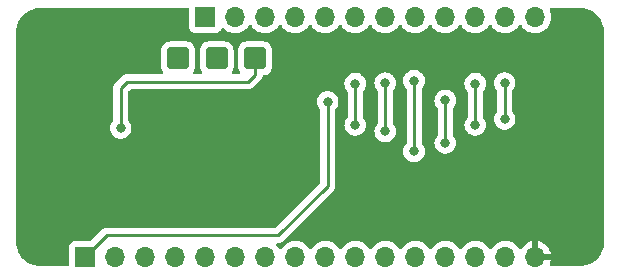
<source format=gbr>
%TF.GenerationSoftware,KiCad,Pcbnew,(6.0.11-0)*%
%TF.CreationDate,2023-02-12T12:49:48-05:00*%
%TF.ProjectId,EyeSPI-Featherwing,45796553-5049-42d4-9665-617468657277,2.0.0*%
%TF.SameCoordinates,Original*%
%TF.FileFunction,Copper,L2,Bot*%
%TF.FilePolarity,Positive*%
%FSLAX46Y46*%
G04 Gerber Fmt 4.6, Leading zero omitted, Abs format (unit mm)*
G04 Created by KiCad (PCBNEW (6.0.11-0)) date 2023-02-12 12:49:48*
%MOMM*%
%LPD*%
G01*
G04 APERTURE LIST*
G04 Aperture macros list*
%AMRoundRect*
0 Rectangle with rounded corners*
0 $1 Rounding radius*
0 $2 $3 $4 $5 $6 $7 $8 $9 X,Y pos of 4 corners*
0 Add a 4 corners polygon primitive as box body*
4,1,4,$2,$3,$4,$5,$6,$7,$8,$9,$2,$3,0*
0 Add four circle primitives for the rounded corners*
1,1,$1+$1,$2,$3*
1,1,$1+$1,$4,$5*
1,1,$1+$1,$6,$7*
1,1,$1+$1,$8,$9*
0 Add four rect primitives between the rounded corners*
20,1,$1+$1,$2,$3,$4,$5,0*
20,1,$1+$1,$4,$5,$6,$7,0*
20,1,$1+$1,$6,$7,$8,$9,0*
20,1,$1+$1,$8,$9,$2,$3,0*%
G04 Aperture macros list end*
%TA.AperFunction,ComponentPad*%
%ADD10RoundRect,0.250000X-0.675000X-0.675000X0.675000X-0.675000X0.675000X0.675000X-0.675000X0.675000X0*%
%TD*%
%TA.AperFunction,ComponentPad*%
%ADD11R,1.700000X1.700000*%
%TD*%
%TA.AperFunction,ComponentPad*%
%ADD12O,1.700000X1.700000*%
%TD*%
%TA.AperFunction,ViaPad*%
%ADD13C,0.800000*%
%TD*%
%TA.AperFunction,Conductor*%
%ADD14C,0.250000*%
%TD*%
G04 APERTURE END LIST*
D10*
%TO.P,J108,1,Pin_1*%
%TO.N,/GPIO2*%
X137325100Y-98348800D03*
%TD*%
%TO.P,J109,1,Pin_1*%
%TO.N,/~{MEM_CS}*%
X143827500Y-98348800D03*
%TD*%
%TO.P,J107,1,Pin_1*%
%TO.N,/GPIO1*%
X140576300Y-98348800D03*
%TD*%
D11*
%TO.P,J102,1,Pin_1*%
%TO.N,/VBAT*%
X139611100Y-94843600D03*
D12*
%TO.P,J102,2,Pin_2*%
%TO.N,/EN*%
X142151100Y-94843600D03*
%TO.P,J102,3,Pin_3*%
%TO.N,/VBUS*%
X144691100Y-94843600D03*
%TO.P,J102,4,Pin_4*%
%TO.N,/13*%
X147231100Y-94843600D03*
%TO.P,J102,5,Pin_5*%
%TO.N,/12*%
X149771100Y-94843600D03*
%TO.P,J102,6,Pin_6*%
%TO.N,/11*%
X152311100Y-94843600D03*
%TO.P,J102,7,Pin_7*%
%TO.N,/10*%
X154851100Y-94843600D03*
%TO.P,J102,8,Pin_8*%
%TO.N,/9*%
X157391100Y-94843600D03*
%TO.P,J102,9,Pin_9*%
%TO.N,/6*%
X159931100Y-94843600D03*
%TO.P,J102,10,Pin_10*%
%TO.N,/5*%
X162471100Y-94843600D03*
%TO.P,J102,11,Pin_11*%
%TO.N,/SCL*%
X165011100Y-94843600D03*
%TO.P,J102,12,Pin_12*%
%TO.N,/SDA*%
X167551100Y-94843600D03*
%TD*%
D11*
%TO.P,J101,1,Pin_1*%
%TO.N,/~{RST}*%
X129451100Y-115163600D03*
D12*
%TO.P,J101,2,Pin_2*%
%TO.N,+3V3*%
X131991100Y-115163600D03*
%TO.P,J101,3,Pin_3*%
%TO.N,/AREF*%
X134531100Y-115163600D03*
%TO.P,J101,4,Pin_4*%
%TO.N,GND*%
X137071100Y-115163600D03*
%TO.P,J101,5,Pin_5*%
%TO.N,/A0*%
X139611100Y-115163600D03*
%TO.P,J101,6,Pin_6*%
%TO.N,/A1*%
X142151100Y-115163600D03*
%TO.P,J101,7,Pin_7*%
%TO.N,/A2*%
X144691100Y-115163600D03*
%TO.P,J101,8,Pin_8*%
%TO.N,/A3*%
X147231100Y-115163600D03*
%TO.P,J101,9,Pin_9*%
%TO.N,/A4*%
X149771100Y-115163600D03*
%TO.P,J101,10,Pin_10*%
%TO.N,/A5*%
X152311100Y-115163600D03*
%TO.P,J101,11,Pin_11*%
%TO.N,/SCK*%
X154851100Y-115163600D03*
%TO.P,J101,12,Pin_12*%
%TO.N,/MOSI*%
X157391100Y-115163600D03*
%TO.P,J101,13,Pin_13*%
%TO.N,/MISO*%
X159931100Y-115163600D03*
%TO.P,J101,14,Pin_14*%
%TO.N,/0 RX*%
X162471100Y-115163600D03*
%TO.P,J101,15,Pin_15*%
%TO.N,/1 TX*%
X165011100Y-115163600D03*
%TO.P,J101,16,Pin_16*%
%TO.N,GND*%
X167551100Y-115163600D03*
%TD*%
D13*
%TO.N,GND*%
X125387100Y-115163600D03*
X150075900Y-111658400D03*
X171361100Y-111353600D03*
X152260300Y-111658400D03*
X143878300Y-111658400D03*
X171259500Y-98907600D03*
X140474700Y-111607600D03*
X132448300Y-108254800D03*
X125387100Y-94843600D03*
X134023100Y-111556800D03*
X171361100Y-105511600D03*
%TO.N,/~{RST}*%
X149974300Y-102029100D03*
%TO.N,/TFT_DC*%
X157289500Y-100228400D03*
X157289500Y-106222800D03*
%TO.N,/~{TFT_RST}*%
X159931100Y-101904800D03*
X159931100Y-105511600D03*
%TO.N,/~{TFT_CS}*%
X162471100Y-100482400D03*
X162471100Y-103987600D03*
%TO.N,/~{CARD_CS}*%
X154851100Y-100431600D03*
X154851100Y-104529100D03*
%TO.N,/~{MEM_CS}*%
X132448300Y-104241600D03*
%TO.N,/EYESPI_SCL*%
X164960300Y-103478100D03*
X164960300Y-100431600D03*
%TO.N,/~{TS_CS}*%
X152311100Y-103978100D03*
X152311100Y-100482400D03*
%TD*%
D14*
%TO.N,/~{RST}*%
X131279900Y-113334800D02*
X129451100Y-115163600D01*
X149974300Y-109169200D02*
X145808700Y-113334800D01*
X149974300Y-102029100D02*
X149974300Y-109169200D01*
X145808700Y-113334800D02*
X131279900Y-113334800D01*
%TO.N,/TFT_DC*%
X157289500Y-106222800D02*
X157289500Y-100228400D01*
%TO.N,/~{TFT_RST}*%
X159931100Y-105511600D02*
X159931100Y-101904800D01*
%TO.N,/~{TFT_CS}*%
X162471100Y-103987600D02*
X162471100Y-100482400D01*
%TO.N,/~{CARD_CS}*%
X154851100Y-104529100D02*
X154851100Y-100431600D01*
%TO.N,/~{MEM_CS}*%
X132448300Y-104241600D02*
X132448300Y-100888800D01*
X132448300Y-100888800D02*
X133007100Y-100330000D01*
X143217900Y-100330000D02*
X143827500Y-99720400D01*
X133007100Y-100330000D02*
X143217900Y-100330000D01*
X143827500Y-99720400D02*
X143827500Y-98348800D01*
%TO.N,/EYESPI_SCL*%
X164960300Y-103478100D02*
X164960300Y-100431600D01*
%TO.N,/~{TS_CS}*%
X152311100Y-103978100D02*
X152311100Y-100482400D01*
%TD*%
%TA.AperFunction,Conductor*%
%TO.N,GND*%
G36*
X138194721Y-94102102D02*
G01*
X138241214Y-94155758D01*
X138252600Y-94208100D01*
X138252600Y-95741734D01*
X138259355Y-95803916D01*
X138310485Y-95940305D01*
X138397839Y-96056861D01*
X138514395Y-96144215D01*
X138650784Y-96195345D01*
X138712966Y-96202100D01*
X140509234Y-96202100D01*
X140571416Y-96195345D01*
X140707805Y-96144215D01*
X140824361Y-96056861D01*
X140911715Y-95940305D01*
X140933899Y-95881129D01*
X140955698Y-95822982D01*
X140998340Y-95766218D01*
X141064902Y-95741518D01*
X141134250Y-95756726D01*
X141168917Y-95784714D01*
X141197350Y-95817538D01*
X141369226Y-95960232D01*
X141562100Y-96072938D01*
X141566925Y-96074780D01*
X141566926Y-96074781D01*
X141637019Y-96101547D01*
X141770792Y-96152630D01*
X141775860Y-96153661D01*
X141775863Y-96153662D01*
X141840685Y-96166850D01*
X141989697Y-96197167D01*
X141994872Y-96197357D01*
X141994874Y-96197357D01*
X142207773Y-96205164D01*
X142207777Y-96205164D01*
X142212937Y-96205353D01*
X142218057Y-96204697D01*
X142218059Y-96204697D01*
X142429388Y-96177625D01*
X142429389Y-96177625D01*
X142434516Y-96176968D01*
X142503329Y-96156323D01*
X142643529Y-96114261D01*
X142643534Y-96114259D01*
X142648484Y-96112774D01*
X142849094Y-96014496D01*
X143030960Y-95884773D01*
X143059154Y-95856678D01*
X143174716Y-95741518D01*
X143189196Y-95727089D01*
X143319553Y-95545677D01*
X143320876Y-95546628D01*
X143367745Y-95503457D01*
X143437680Y-95491225D01*
X143503126Y-95518744D01*
X143530975Y-95550594D01*
X143591087Y-95648688D01*
X143737350Y-95817538D01*
X143909226Y-95960232D01*
X144102100Y-96072938D01*
X144106925Y-96074780D01*
X144106926Y-96074781D01*
X144177019Y-96101547D01*
X144310792Y-96152630D01*
X144315860Y-96153661D01*
X144315863Y-96153662D01*
X144380685Y-96166850D01*
X144529697Y-96197167D01*
X144534872Y-96197357D01*
X144534874Y-96197357D01*
X144747773Y-96205164D01*
X144747777Y-96205164D01*
X144752937Y-96205353D01*
X144758057Y-96204697D01*
X144758059Y-96204697D01*
X144969388Y-96177625D01*
X144969389Y-96177625D01*
X144974516Y-96176968D01*
X145043329Y-96156323D01*
X145183529Y-96114261D01*
X145183534Y-96114259D01*
X145188484Y-96112774D01*
X145389094Y-96014496D01*
X145570960Y-95884773D01*
X145599154Y-95856678D01*
X145714716Y-95741518D01*
X145729196Y-95727089D01*
X145859553Y-95545677D01*
X145860876Y-95546628D01*
X145907745Y-95503457D01*
X145977680Y-95491225D01*
X146043126Y-95518744D01*
X146070975Y-95550594D01*
X146131087Y-95648688D01*
X146277350Y-95817538D01*
X146449226Y-95960232D01*
X146642100Y-96072938D01*
X146646925Y-96074780D01*
X146646926Y-96074781D01*
X146717019Y-96101547D01*
X146850792Y-96152630D01*
X146855860Y-96153661D01*
X146855863Y-96153662D01*
X146920685Y-96166850D01*
X147069697Y-96197167D01*
X147074872Y-96197357D01*
X147074874Y-96197357D01*
X147287773Y-96205164D01*
X147287777Y-96205164D01*
X147292937Y-96205353D01*
X147298057Y-96204697D01*
X147298059Y-96204697D01*
X147509388Y-96177625D01*
X147509389Y-96177625D01*
X147514516Y-96176968D01*
X147583329Y-96156323D01*
X147723529Y-96114261D01*
X147723534Y-96114259D01*
X147728484Y-96112774D01*
X147929094Y-96014496D01*
X148110960Y-95884773D01*
X148139154Y-95856678D01*
X148254716Y-95741518D01*
X148269196Y-95727089D01*
X148399553Y-95545677D01*
X148400876Y-95546628D01*
X148447745Y-95503457D01*
X148517680Y-95491225D01*
X148583126Y-95518744D01*
X148610975Y-95550594D01*
X148671087Y-95648688D01*
X148817350Y-95817538D01*
X148989226Y-95960232D01*
X149182100Y-96072938D01*
X149186925Y-96074780D01*
X149186926Y-96074781D01*
X149257019Y-96101547D01*
X149390792Y-96152630D01*
X149395860Y-96153661D01*
X149395863Y-96153662D01*
X149460685Y-96166850D01*
X149609697Y-96197167D01*
X149614872Y-96197357D01*
X149614874Y-96197357D01*
X149827773Y-96205164D01*
X149827777Y-96205164D01*
X149832937Y-96205353D01*
X149838057Y-96204697D01*
X149838059Y-96204697D01*
X150049388Y-96177625D01*
X150049389Y-96177625D01*
X150054516Y-96176968D01*
X150123329Y-96156323D01*
X150263529Y-96114261D01*
X150263534Y-96114259D01*
X150268484Y-96112774D01*
X150469094Y-96014496D01*
X150650960Y-95884773D01*
X150679154Y-95856678D01*
X150794716Y-95741518D01*
X150809196Y-95727089D01*
X150939553Y-95545677D01*
X150940876Y-95546628D01*
X150987745Y-95503457D01*
X151057680Y-95491225D01*
X151123126Y-95518744D01*
X151150975Y-95550594D01*
X151211087Y-95648688D01*
X151357350Y-95817538D01*
X151529226Y-95960232D01*
X151722100Y-96072938D01*
X151726925Y-96074780D01*
X151726926Y-96074781D01*
X151797019Y-96101547D01*
X151930792Y-96152630D01*
X151935860Y-96153661D01*
X151935863Y-96153662D01*
X152000685Y-96166850D01*
X152149697Y-96197167D01*
X152154872Y-96197357D01*
X152154874Y-96197357D01*
X152367773Y-96205164D01*
X152367777Y-96205164D01*
X152372937Y-96205353D01*
X152378057Y-96204697D01*
X152378059Y-96204697D01*
X152589388Y-96177625D01*
X152589389Y-96177625D01*
X152594516Y-96176968D01*
X152663329Y-96156323D01*
X152803529Y-96114261D01*
X152803534Y-96114259D01*
X152808484Y-96112774D01*
X153009094Y-96014496D01*
X153190960Y-95884773D01*
X153219154Y-95856678D01*
X153334716Y-95741518D01*
X153349196Y-95727089D01*
X153479553Y-95545677D01*
X153480876Y-95546628D01*
X153527745Y-95503457D01*
X153597680Y-95491225D01*
X153663126Y-95518744D01*
X153690975Y-95550594D01*
X153751087Y-95648688D01*
X153897350Y-95817538D01*
X154069226Y-95960232D01*
X154262100Y-96072938D01*
X154266925Y-96074780D01*
X154266926Y-96074781D01*
X154337019Y-96101547D01*
X154470792Y-96152630D01*
X154475860Y-96153661D01*
X154475863Y-96153662D01*
X154540685Y-96166850D01*
X154689697Y-96197167D01*
X154694872Y-96197357D01*
X154694874Y-96197357D01*
X154907773Y-96205164D01*
X154907777Y-96205164D01*
X154912937Y-96205353D01*
X154918057Y-96204697D01*
X154918059Y-96204697D01*
X155129388Y-96177625D01*
X155129389Y-96177625D01*
X155134516Y-96176968D01*
X155203329Y-96156323D01*
X155343529Y-96114261D01*
X155343534Y-96114259D01*
X155348484Y-96112774D01*
X155549094Y-96014496D01*
X155730960Y-95884773D01*
X155759154Y-95856678D01*
X155874716Y-95741518D01*
X155889196Y-95727089D01*
X156019553Y-95545677D01*
X156020876Y-95546628D01*
X156067745Y-95503457D01*
X156137680Y-95491225D01*
X156203126Y-95518744D01*
X156230975Y-95550594D01*
X156291087Y-95648688D01*
X156437350Y-95817538D01*
X156609226Y-95960232D01*
X156802100Y-96072938D01*
X156806925Y-96074780D01*
X156806926Y-96074781D01*
X156877019Y-96101547D01*
X157010792Y-96152630D01*
X157015860Y-96153661D01*
X157015863Y-96153662D01*
X157080685Y-96166850D01*
X157229697Y-96197167D01*
X157234872Y-96197357D01*
X157234874Y-96197357D01*
X157447773Y-96205164D01*
X157447777Y-96205164D01*
X157452937Y-96205353D01*
X157458057Y-96204697D01*
X157458059Y-96204697D01*
X157669388Y-96177625D01*
X157669389Y-96177625D01*
X157674516Y-96176968D01*
X157743329Y-96156323D01*
X157883529Y-96114261D01*
X157883534Y-96114259D01*
X157888484Y-96112774D01*
X158089094Y-96014496D01*
X158270960Y-95884773D01*
X158299154Y-95856678D01*
X158414716Y-95741518D01*
X158429196Y-95727089D01*
X158559553Y-95545677D01*
X158560876Y-95546628D01*
X158607745Y-95503457D01*
X158677680Y-95491225D01*
X158743126Y-95518744D01*
X158770975Y-95550594D01*
X158831087Y-95648688D01*
X158977350Y-95817538D01*
X159149226Y-95960232D01*
X159342100Y-96072938D01*
X159346925Y-96074780D01*
X159346926Y-96074781D01*
X159417019Y-96101547D01*
X159550792Y-96152630D01*
X159555860Y-96153661D01*
X159555863Y-96153662D01*
X159620685Y-96166850D01*
X159769697Y-96197167D01*
X159774872Y-96197357D01*
X159774874Y-96197357D01*
X159987773Y-96205164D01*
X159987777Y-96205164D01*
X159992937Y-96205353D01*
X159998057Y-96204697D01*
X159998059Y-96204697D01*
X160209388Y-96177625D01*
X160209389Y-96177625D01*
X160214516Y-96176968D01*
X160283329Y-96156323D01*
X160423529Y-96114261D01*
X160423534Y-96114259D01*
X160428484Y-96112774D01*
X160629094Y-96014496D01*
X160810960Y-95884773D01*
X160839154Y-95856678D01*
X160954716Y-95741518D01*
X160969196Y-95727089D01*
X161099553Y-95545677D01*
X161100876Y-95546628D01*
X161147745Y-95503457D01*
X161217680Y-95491225D01*
X161283126Y-95518744D01*
X161310975Y-95550594D01*
X161371087Y-95648688D01*
X161517350Y-95817538D01*
X161689226Y-95960232D01*
X161882100Y-96072938D01*
X161886925Y-96074780D01*
X161886926Y-96074781D01*
X161957019Y-96101547D01*
X162090792Y-96152630D01*
X162095860Y-96153661D01*
X162095863Y-96153662D01*
X162160685Y-96166850D01*
X162309697Y-96197167D01*
X162314872Y-96197357D01*
X162314874Y-96197357D01*
X162527773Y-96205164D01*
X162527777Y-96205164D01*
X162532937Y-96205353D01*
X162538057Y-96204697D01*
X162538059Y-96204697D01*
X162749388Y-96177625D01*
X162749389Y-96177625D01*
X162754516Y-96176968D01*
X162823329Y-96156323D01*
X162963529Y-96114261D01*
X162963534Y-96114259D01*
X162968484Y-96112774D01*
X163169094Y-96014496D01*
X163350960Y-95884773D01*
X163379154Y-95856678D01*
X163494716Y-95741518D01*
X163509196Y-95727089D01*
X163639553Y-95545677D01*
X163640876Y-95546628D01*
X163687745Y-95503457D01*
X163757680Y-95491225D01*
X163823126Y-95518744D01*
X163850975Y-95550594D01*
X163911087Y-95648688D01*
X164057350Y-95817538D01*
X164229226Y-95960232D01*
X164422100Y-96072938D01*
X164426925Y-96074780D01*
X164426926Y-96074781D01*
X164497019Y-96101547D01*
X164630792Y-96152630D01*
X164635860Y-96153661D01*
X164635863Y-96153662D01*
X164700685Y-96166850D01*
X164849697Y-96197167D01*
X164854872Y-96197357D01*
X164854874Y-96197357D01*
X165067773Y-96205164D01*
X165067777Y-96205164D01*
X165072937Y-96205353D01*
X165078057Y-96204697D01*
X165078059Y-96204697D01*
X165289388Y-96177625D01*
X165289389Y-96177625D01*
X165294516Y-96176968D01*
X165363329Y-96156323D01*
X165503529Y-96114261D01*
X165503534Y-96114259D01*
X165508484Y-96112774D01*
X165709094Y-96014496D01*
X165890960Y-95884773D01*
X165919154Y-95856678D01*
X166034716Y-95741518D01*
X166049196Y-95727089D01*
X166179553Y-95545677D01*
X166180876Y-95546628D01*
X166227745Y-95503457D01*
X166297680Y-95491225D01*
X166363126Y-95518744D01*
X166390975Y-95550594D01*
X166451087Y-95648688D01*
X166597350Y-95817538D01*
X166769226Y-95960232D01*
X166962100Y-96072938D01*
X166966925Y-96074780D01*
X166966926Y-96074781D01*
X167037019Y-96101547D01*
X167170792Y-96152630D01*
X167175860Y-96153661D01*
X167175863Y-96153662D01*
X167240685Y-96166850D01*
X167389697Y-96197167D01*
X167394872Y-96197357D01*
X167394874Y-96197357D01*
X167607773Y-96205164D01*
X167607777Y-96205164D01*
X167612937Y-96205353D01*
X167618057Y-96204697D01*
X167618059Y-96204697D01*
X167829388Y-96177625D01*
X167829389Y-96177625D01*
X167834516Y-96176968D01*
X167903329Y-96156323D01*
X168043529Y-96114261D01*
X168043534Y-96114259D01*
X168048484Y-96112774D01*
X168249094Y-96014496D01*
X168430960Y-95884773D01*
X168459154Y-95856678D01*
X168574716Y-95741518D01*
X168589196Y-95727089D01*
X168719553Y-95545677D01*
X168740420Y-95503457D01*
X168816236Y-95350053D01*
X168816237Y-95350051D01*
X168818530Y-95345411D01*
X168883470Y-95131669D01*
X168912629Y-94910190D01*
X168912711Y-94906840D01*
X168914174Y-94846965D01*
X168914174Y-94846961D01*
X168914256Y-94843600D01*
X168895952Y-94620961D01*
X168841531Y-94404302D01*
X168778065Y-94258340D01*
X168769245Y-94187896D01*
X168799912Y-94123864D01*
X168860328Y-94086576D01*
X168893615Y-94082100D01*
X171311733Y-94082100D01*
X171331118Y-94083600D01*
X171345951Y-94085910D01*
X171345955Y-94085910D01*
X171354824Y-94087291D01*
X171363726Y-94086127D01*
X171363729Y-94086127D01*
X171371112Y-94085161D01*
X171395691Y-94084367D01*
X171422542Y-94086127D01*
X171618022Y-94098940D01*
X171634362Y-94101091D01*
X171748850Y-94123864D01*
X171878796Y-94149712D01*
X171894706Y-94153975D01*
X172130700Y-94234084D01*
X172145926Y-94240391D01*
X172369442Y-94350616D01*
X172383716Y-94358857D01*
X172590929Y-94497313D01*
X172604005Y-94507346D01*
X172791378Y-94671668D01*
X172803032Y-94683322D01*
X172967354Y-94870695D01*
X172977387Y-94883771D01*
X173115843Y-95090984D01*
X173124084Y-95105258D01*
X173234309Y-95328774D01*
X173240615Y-95343998D01*
X173320725Y-95579994D01*
X173324988Y-95595904D01*
X173335488Y-95648688D01*
X173373609Y-95840338D01*
X173375760Y-95856678D01*
X173389863Y-96071836D01*
X173388833Y-96094950D01*
X173388790Y-96098454D01*
X173387409Y-96107324D01*
X173388573Y-96116226D01*
X173388573Y-96116228D01*
X173391536Y-96138883D01*
X173392600Y-96155221D01*
X173392600Y-113844233D01*
X173391100Y-113863618D01*
X173388790Y-113878451D01*
X173388790Y-113878455D01*
X173387409Y-113887324D01*
X173388573Y-113896226D01*
X173388573Y-113896229D01*
X173389539Y-113903612D01*
X173390333Y-113928191D01*
X173375760Y-114150522D01*
X173373609Y-114166862D01*
X173372818Y-114170840D01*
X173341546Y-114328057D01*
X173324989Y-114411293D01*
X173320725Y-114427206D01*
X173286412Y-114528289D01*
X173240616Y-114663200D01*
X173234309Y-114678426D01*
X173124084Y-114901942D01*
X173115843Y-114916216D01*
X172977387Y-115123429D01*
X172967354Y-115136505D01*
X172803032Y-115323878D01*
X172791378Y-115335532D01*
X172604005Y-115499854D01*
X172590929Y-115509887D01*
X172383716Y-115648343D01*
X172369442Y-115656584D01*
X172145926Y-115766809D01*
X172130702Y-115773115D01*
X171894706Y-115853225D01*
X171878796Y-115857488D01*
X171756577Y-115881799D01*
X171634362Y-115906109D01*
X171618022Y-115908260D01*
X171469234Y-115918013D01*
X171402863Y-115922363D01*
X171379750Y-115921333D01*
X171376246Y-115921290D01*
X171367376Y-115919909D01*
X171358474Y-115921073D01*
X171358472Y-115921073D01*
X171345015Y-115922833D01*
X171335814Y-115924036D01*
X171319479Y-115925100D01*
X168892448Y-115925100D01*
X168824327Y-115905098D01*
X168777834Y-115851442D01*
X168767730Y-115781168D01*
X168779491Y-115743273D01*
X168815770Y-115669867D01*
X168819569Y-115660272D01*
X168881477Y-115456510D01*
X168883655Y-115446437D01*
X168885086Y-115435562D01*
X168882875Y-115421378D01*
X168869717Y-115417600D01*
X167423100Y-115417600D01*
X167354979Y-115397598D01*
X167308486Y-115343942D01*
X167297100Y-115291600D01*
X167297100Y-114891485D01*
X167805100Y-114891485D01*
X167809575Y-114906724D01*
X167810965Y-114907929D01*
X167818648Y-114909600D01*
X168869444Y-114909600D01*
X168882975Y-114905627D01*
X168884280Y-114896547D01*
X168842314Y-114729475D01*
X168838994Y-114719724D01*
X168754072Y-114524414D01*
X168749205Y-114515339D01*
X168633526Y-114336526D01*
X168627236Y-114328357D01*
X168483906Y-114170840D01*
X168476373Y-114163815D01*
X168309239Y-114031822D01*
X168300652Y-114026117D01*
X168114217Y-113923199D01*
X168104805Y-113918969D01*
X167904059Y-113847880D01*
X167894088Y-113845246D01*
X167822937Y-113832572D01*
X167809640Y-113834032D01*
X167805100Y-113848589D01*
X167805100Y-114891485D01*
X167297100Y-114891485D01*
X167297100Y-113846702D01*
X167293182Y-113833358D01*
X167278906Y-113831371D01*
X167240424Y-113837260D01*
X167230388Y-113839651D01*
X167027968Y-113905812D01*
X167018459Y-113909809D01*
X166829563Y-114008142D01*
X166820838Y-114013636D01*
X166650533Y-114141505D01*
X166642826Y-114148348D01*
X166495690Y-114302317D01*
X166489209Y-114310322D01*
X166384598Y-114463674D01*
X166329687Y-114508676D01*
X166259162Y-114516847D01*
X166195415Y-114485593D01*
X166174718Y-114461109D01*
X166093922Y-114336217D01*
X166093920Y-114336214D01*
X166091114Y-114331877D01*
X165940770Y-114166651D01*
X165936719Y-114163452D01*
X165936715Y-114163448D01*
X165769514Y-114031400D01*
X165769510Y-114031398D01*
X165765459Y-114028198D01*
X165729128Y-114008142D01*
X165713236Y-113999369D01*
X165569889Y-113920238D01*
X165565020Y-113918514D01*
X165565016Y-113918512D01*
X165364187Y-113847395D01*
X165364183Y-113847394D01*
X165359312Y-113845669D01*
X165354219Y-113844762D01*
X165354216Y-113844761D01*
X165144473Y-113807400D01*
X165144467Y-113807399D01*
X165139384Y-113806494D01*
X165065552Y-113805592D01*
X164921181Y-113803828D01*
X164921179Y-113803828D01*
X164916011Y-113803765D01*
X164695191Y-113837555D01*
X164482856Y-113906957D01*
X164449454Y-113924345D01*
X164363944Y-113968859D01*
X164284707Y-114010107D01*
X164280574Y-114013210D01*
X164280571Y-114013212D01*
X164148689Y-114112232D01*
X164106065Y-114144235D01*
X163951729Y-114305738D01*
X163844301Y-114463221D01*
X163789393Y-114508221D01*
X163718868Y-114516392D01*
X163655121Y-114485138D01*
X163634424Y-114460654D01*
X163553922Y-114336217D01*
X163553920Y-114336214D01*
X163551114Y-114331877D01*
X163400770Y-114166651D01*
X163396719Y-114163452D01*
X163396715Y-114163448D01*
X163229514Y-114031400D01*
X163229510Y-114031398D01*
X163225459Y-114028198D01*
X163189128Y-114008142D01*
X163173236Y-113999369D01*
X163029889Y-113920238D01*
X163025020Y-113918514D01*
X163025016Y-113918512D01*
X162824187Y-113847395D01*
X162824183Y-113847394D01*
X162819312Y-113845669D01*
X162814219Y-113844762D01*
X162814216Y-113844761D01*
X162604473Y-113807400D01*
X162604467Y-113807399D01*
X162599384Y-113806494D01*
X162525552Y-113805592D01*
X162381181Y-113803828D01*
X162381179Y-113803828D01*
X162376011Y-113803765D01*
X162155191Y-113837555D01*
X161942856Y-113906957D01*
X161909454Y-113924345D01*
X161823944Y-113968859D01*
X161744707Y-114010107D01*
X161740574Y-114013210D01*
X161740571Y-114013212D01*
X161608689Y-114112232D01*
X161566065Y-114144235D01*
X161411729Y-114305738D01*
X161304301Y-114463221D01*
X161249393Y-114508221D01*
X161178868Y-114516392D01*
X161115121Y-114485138D01*
X161094424Y-114460654D01*
X161013922Y-114336217D01*
X161013920Y-114336214D01*
X161011114Y-114331877D01*
X160860770Y-114166651D01*
X160856719Y-114163452D01*
X160856715Y-114163448D01*
X160689514Y-114031400D01*
X160689510Y-114031398D01*
X160685459Y-114028198D01*
X160649128Y-114008142D01*
X160633236Y-113999369D01*
X160489889Y-113920238D01*
X160485020Y-113918514D01*
X160485016Y-113918512D01*
X160284187Y-113847395D01*
X160284183Y-113847394D01*
X160279312Y-113845669D01*
X160274219Y-113844762D01*
X160274216Y-113844761D01*
X160064473Y-113807400D01*
X160064467Y-113807399D01*
X160059384Y-113806494D01*
X159985552Y-113805592D01*
X159841181Y-113803828D01*
X159841179Y-113803828D01*
X159836011Y-113803765D01*
X159615191Y-113837555D01*
X159402856Y-113906957D01*
X159369454Y-113924345D01*
X159283944Y-113968859D01*
X159204707Y-114010107D01*
X159200574Y-114013210D01*
X159200571Y-114013212D01*
X159068689Y-114112232D01*
X159026065Y-114144235D01*
X158871729Y-114305738D01*
X158764301Y-114463221D01*
X158709393Y-114508221D01*
X158638868Y-114516392D01*
X158575121Y-114485138D01*
X158554424Y-114460654D01*
X158473922Y-114336217D01*
X158473920Y-114336214D01*
X158471114Y-114331877D01*
X158320770Y-114166651D01*
X158316719Y-114163452D01*
X158316715Y-114163448D01*
X158149514Y-114031400D01*
X158149510Y-114031398D01*
X158145459Y-114028198D01*
X158109128Y-114008142D01*
X158093236Y-113999369D01*
X157949889Y-113920238D01*
X157945020Y-113918514D01*
X157945016Y-113918512D01*
X157744187Y-113847395D01*
X157744183Y-113847394D01*
X157739312Y-113845669D01*
X157734219Y-113844762D01*
X157734216Y-113844761D01*
X157524473Y-113807400D01*
X157524467Y-113807399D01*
X157519384Y-113806494D01*
X157445552Y-113805592D01*
X157301181Y-113803828D01*
X157301179Y-113803828D01*
X157296011Y-113803765D01*
X157075191Y-113837555D01*
X156862856Y-113906957D01*
X156829454Y-113924345D01*
X156743944Y-113968859D01*
X156664707Y-114010107D01*
X156660574Y-114013210D01*
X156660571Y-114013212D01*
X156528689Y-114112232D01*
X156486065Y-114144235D01*
X156331729Y-114305738D01*
X156224301Y-114463221D01*
X156169393Y-114508221D01*
X156098868Y-114516392D01*
X156035121Y-114485138D01*
X156014424Y-114460654D01*
X155933922Y-114336217D01*
X155933920Y-114336214D01*
X155931114Y-114331877D01*
X155780770Y-114166651D01*
X155776719Y-114163452D01*
X155776715Y-114163448D01*
X155609514Y-114031400D01*
X155609510Y-114031398D01*
X155605459Y-114028198D01*
X155569128Y-114008142D01*
X155553236Y-113999369D01*
X155409889Y-113920238D01*
X155405020Y-113918514D01*
X155405016Y-113918512D01*
X155204187Y-113847395D01*
X155204183Y-113847394D01*
X155199312Y-113845669D01*
X155194219Y-113844762D01*
X155194216Y-113844761D01*
X154984473Y-113807400D01*
X154984467Y-113807399D01*
X154979384Y-113806494D01*
X154905552Y-113805592D01*
X154761181Y-113803828D01*
X154761179Y-113803828D01*
X154756011Y-113803765D01*
X154535191Y-113837555D01*
X154322856Y-113906957D01*
X154289454Y-113924345D01*
X154203944Y-113968859D01*
X154124707Y-114010107D01*
X154120574Y-114013210D01*
X154120571Y-114013212D01*
X153988689Y-114112232D01*
X153946065Y-114144235D01*
X153791729Y-114305738D01*
X153684301Y-114463221D01*
X153629393Y-114508221D01*
X153558868Y-114516392D01*
X153495121Y-114485138D01*
X153474424Y-114460654D01*
X153393922Y-114336217D01*
X153393920Y-114336214D01*
X153391114Y-114331877D01*
X153240770Y-114166651D01*
X153236719Y-114163452D01*
X153236715Y-114163448D01*
X153069514Y-114031400D01*
X153069510Y-114031398D01*
X153065459Y-114028198D01*
X153029128Y-114008142D01*
X153013236Y-113999369D01*
X152869889Y-113920238D01*
X152865020Y-113918514D01*
X152865016Y-113918512D01*
X152664187Y-113847395D01*
X152664183Y-113847394D01*
X152659312Y-113845669D01*
X152654219Y-113844762D01*
X152654216Y-113844761D01*
X152444473Y-113807400D01*
X152444467Y-113807399D01*
X152439384Y-113806494D01*
X152365552Y-113805592D01*
X152221181Y-113803828D01*
X152221179Y-113803828D01*
X152216011Y-113803765D01*
X151995191Y-113837555D01*
X151782856Y-113906957D01*
X151749454Y-113924345D01*
X151663944Y-113968859D01*
X151584707Y-114010107D01*
X151580574Y-114013210D01*
X151580571Y-114013212D01*
X151448689Y-114112232D01*
X151406065Y-114144235D01*
X151251729Y-114305738D01*
X151144301Y-114463221D01*
X151089393Y-114508221D01*
X151018868Y-114516392D01*
X150955121Y-114485138D01*
X150934424Y-114460654D01*
X150853922Y-114336217D01*
X150853920Y-114336214D01*
X150851114Y-114331877D01*
X150700770Y-114166651D01*
X150696719Y-114163452D01*
X150696715Y-114163448D01*
X150529514Y-114031400D01*
X150529510Y-114031398D01*
X150525459Y-114028198D01*
X150489128Y-114008142D01*
X150473236Y-113999369D01*
X150329889Y-113920238D01*
X150325020Y-113918514D01*
X150325016Y-113918512D01*
X150124187Y-113847395D01*
X150124183Y-113847394D01*
X150119312Y-113845669D01*
X150114219Y-113844762D01*
X150114216Y-113844761D01*
X149904473Y-113807400D01*
X149904467Y-113807399D01*
X149899384Y-113806494D01*
X149825552Y-113805592D01*
X149681181Y-113803828D01*
X149681179Y-113803828D01*
X149676011Y-113803765D01*
X149455191Y-113837555D01*
X149242856Y-113906957D01*
X149209454Y-113924345D01*
X149123944Y-113968859D01*
X149044707Y-114010107D01*
X149040574Y-114013210D01*
X149040571Y-114013212D01*
X148908689Y-114112232D01*
X148866065Y-114144235D01*
X148711729Y-114305738D01*
X148604301Y-114463221D01*
X148549393Y-114508221D01*
X148478868Y-114516392D01*
X148415121Y-114485138D01*
X148394424Y-114460654D01*
X148313922Y-114336217D01*
X148313920Y-114336214D01*
X148311114Y-114331877D01*
X148160770Y-114166651D01*
X148156719Y-114163452D01*
X148156715Y-114163448D01*
X147989514Y-114031400D01*
X147989510Y-114031398D01*
X147985459Y-114028198D01*
X147949128Y-114008142D01*
X147933236Y-113999369D01*
X147789889Y-113920238D01*
X147785020Y-113918514D01*
X147785016Y-113918512D01*
X147584187Y-113847395D01*
X147584183Y-113847394D01*
X147579312Y-113845669D01*
X147574219Y-113844762D01*
X147574216Y-113844761D01*
X147364473Y-113807400D01*
X147364467Y-113807399D01*
X147359384Y-113806494D01*
X147285552Y-113805592D01*
X147141181Y-113803828D01*
X147141179Y-113803828D01*
X147136011Y-113803765D01*
X146915191Y-113837555D01*
X146702856Y-113906957D01*
X146669454Y-113924345D01*
X146583944Y-113968859D01*
X146504707Y-114010107D01*
X146500574Y-114013210D01*
X146500571Y-114013212D01*
X146368689Y-114112232D01*
X146326065Y-114144235D01*
X146171729Y-114305738D01*
X146064301Y-114463221D01*
X146009393Y-114508221D01*
X145938868Y-114516392D01*
X145875121Y-114485138D01*
X145854424Y-114460654D01*
X145773922Y-114336217D01*
X145773920Y-114336214D01*
X145771114Y-114331877D01*
X145767638Y-114328057D01*
X145767633Y-114328050D01*
X145632098Y-114179099D01*
X145601046Y-114115254D01*
X145609442Y-114044755D01*
X145654619Y-113989987D01*
X145725292Y-113968300D01*
X145729933Y-113968300D01*
X145741116Y-113968827D01*
X145748609Y-113970502D01*
X145756535Y-113970253D01*
X145756536Y-113970253D01*
X145816686Y-113968362D01*
X145820645Y-113968300D01*
X145848556Y-113968300D01*
X145852491Y-113967803D01*
X145852556Y-113967795D01*
X145864393Y-113966862D01*
X145896651Y-113965848D01*
X145900670Y-113965722D01*
X145908589Y-113965473D01*
X145928043Y-113959821D01*
X145947400Y-113955813D01*
X145959630Y-113954268D01*
X145959631Y-113954268D01*
X145967497Y-113953274D01*
X145974868Y-113950355D01*
X145974870Y-113950355D01*
X146008612Y-113936996D01*
X146019842Y-113933151D01*
X146054683Y-113923029D01*
X146054684Y-113923029D01*
X146062293Y-113920818D01*
X146069112Y-113916785D01*
X146069117Y-113916783D01*
X146079728Y-113910507D01*
X146097476Y-113901812D01*
X146116317Y-113894352D01*
X146125991Y-113887324D01*
X146152087Y-113868364D01*
X146162007Y-113861848D01*
X146193235Y-113843380D01*
X146193238Y-113843378D01*
X146200062Y-113839342D01*
X146214383Y-113825021D01*
X146229417Y-113812180D01*
X146229864Y-113811855D01*
X146245807Y-113800272D01*
X146273998Y-113766195D01*
X146281988Y-113757416D01*
X150366553Y-109672852D01*
X150374839Y-109665312D01*
X150381318Y-109661200D01*
X150427944Y-109611548D01*
X150430698Y-109608707D01*
X150450435Y-109588970D01*
X150452915Y-109585773D01*
X150460620Y-109576751D01*
X150485459Y-109550300D01*
X150490886Y-109544521D01*
X150494705Y-109537575D01*
X150494707Y-109537572D01*
X150500648Y-109526766D01*
X150511499Y-109510247D01*
X150519058Y-109500501D01*
X150523914Y-109494241D01*
X150527059Y-109486972D01*
X150527062Y-109486968D01*
X150541474Y-109453663D01*
X150546691Y-109443013D01*
X150567995Y-109404260D01*
X150573033Y-109384637D01*
X150579437Y-109365934D01*
X150584333Y-109354620D01*
X150584333Y-109354619D01*
X150587481Y-109347345D01*
X150588720Y-109339522D01*
X150588723Y-109339512D01*
X150594399Y-109303676D01*
X150596805Y-109292056D01*
X150605828Y-109256911D01*
X150605828Y-109256910D01*
X150607800Y-109249230D01*
X150607800Y-109228976D01*
X150609351Y-109209265D01*
X150611280Y-109197086D01*
X150612520Y-109189257D01*
X150608359Y-109145238D01*
X150607800Y-109133381D01*
X150607800Y-106222800D01*
X156375996Y-106222800D01*
X156376686Y-106229365D01*
X156392560Y-106380394D01*
X156395958Y-106412728D01*
X156454973Y-106594356D01*
X156550460Y-106759744D01*
X156678247Y-106901666D01*
X156832748Y-107013918D01*
X156838776Y-107016602D01*
X156838778Y-107016603D01*
X157001181Y-107088909D01*
X157007212Y-107091594D01*
X157100613Y-107111447D01*
X157187556Y-107129928D01*
X157187561Y-107129928D01*
X157194013Y-107131300D01*
X157384987Y-107131300D01*
X157391439Y-107129928D01*
X157391444Y-107129928D01*
X157478388Y-107111447D01*
X157571788Y-107091594D01*
X157577819Y-107088909D01*
X157740222Y-107016603D01*
X157740224Y-107016602D01*
X157746252Y-107013918D01*
X157900753Y-106901666D01*
X158028540Y-106759744D01*
X158124027Y-106594356D01*
X158183042Y-106412728D01*
X158186441Y-106380394D01*
X158202314Y-106229365D01*
X158203004Y-106222800D01*
X158183042Y-106032872D01*
X158124027Y-105851244D01*
X158028540Y-105685856D01*
X157955363Y-105604585D01*
X157924647Y-105540579D01*
X157923000Y-105520276D01*
X157923000Y-105511600D01*
X159017596Y-105511600D01*
X159018286Y-105518165D01*
X159035396Y-105680953D01*
X159037558Y-105701528D01*
X159096573Y-105883156D01*
X159192060Y-106048544D01*
X159319847Y-106190466D01*
X159474348Y-106302718D01*
X159480376Y-106305402D01*
X159480378Y-106305403D01*
X159642781Y-106377709D01*
X159648812Y-106380394D01*
X159742212Y-106400247D01*
X159829156Y-106418728D01*
X159829161Y-106418728D01*
X159835613Y-106420100D01*
X160026587Y-106420100D01*
X160033039Y-106418728D01*
X160033044Y-106418728D01*
X160119988Y-106400247D01*
X160213388Y-106380394D01*
X160219419Y-106377709D01*
X160381822Y-106305403D01*
X160381824Y-106305402D01*
X160387852Y-106302718D01*
X160542353Y-106190466D01*
X160670140Y-106048544D01*
X160765627Y-105883156D01*
X160824642Y-105701528D01*
X160826805Y-105680953D01*
X160843914Y-105518165D01*
X160844604Y-105511600D01*
X160824642Y-105321672D01*
X160765627Y-105140044D01*
X160670140Y-104974656D01*
X160596963Y-104893385D01*
X160566247Y-104829379D01*
X160564600Y-104809076D01*
X160564600Y-103987600D01*
X161557596Y-103987600D01*
X161558286Y-103994165D01*
X161576560Y-104168028D01*
X161577558Y-104177528D01*
X161636573Y-104359156D01*
X161732060Y-104524544D01*
X161736478Y-104529451D01*
X161736479Y-104529452D01*
X161846871Y-104652055D01*
X161859847Y-104666466D01*
X161923159Y-104712465D01*
X161995931Y-104765337D01*
X162014348Y-104778718D01*
X162020376Y-104781402D01*
X162020378Y-104781403D01*
X162170556Y-104848266D01*
X162188812Y-104856394D01*
X162282212Y-104876247D01*
X162369156Y-104894728D01*
X162369161Y-104894728D01*
X162375613Y-104896100D01*
X162566587Y-104896100D01*
X162573039Y-104894728D01*
X162573044Y-104894728D01*
X162659987Y-104876247D01*
X162753388Y-104856394D01*
X162771644Y-104848266D01*
X162921822Y-104781403D01*
X162921824Y-104781402D01*
X162927852Y-104778718D01*
X162946270Y-104765337D01*
X163019041Y-104712465D01*
X163082353Y-104666466D01*
X163095329Y-104652055D01*
X163205721Y-104529452D01*
X163205722Y-104529451D01*
X163210140Y-104524544D01*
X163305627Y-104359156D01*
X163364642Y-104177528D01*
X163365641Y-104168028D01*
X163383914Y-103994165D01*
X163384604Y-103987600D01*
X163364642Y-103797672D01*
X163305627Y-103616044D01*
X163225985Y-103478100D01*
X164046796Y-103478100D01*
X164066758Y-103668028D01*
X164125773Y-103849656D01*
X164221260Y-104015044D01*
X164349047Y-104156966D01*
X164503548Y-104269218D01*
X164509576Y-104271902D01*
X164509578Y-104271903D01*
X164646567Y-104332894D01*
X164678012Y-104346894D01*
X164771412Y-104366747D01*
X164858356Y-104385228D01*
X164858361Y-104385228D01*
X164864813Y-104386600D01*
X165055787Y-104386600D01*
X165062239Y-104385228D01*
X165062244Y-104385228D01*
X165149187Y-104366747D01*
X165242588Y-104346894D01*
X165274033Y-104332894D01*
X165411022Y-104271903D01*
X165411024Y-104271902D01*
X165417052Y-104269218D01*
X165571553Y-104156966D01*
X165699340Y-104015044D01*
X165794827Y-103849656D01*
X165853842Y-103668028D01*
X165873804Y-103478100D01*
X165862378Y-103369387D01*
X165854532Y-103294735D01*
X165854532Y-103294733D01*
X165853842Y-103288172D01*
X165794827Y-103106544D01*
X165699340Y-102941156D01*
X165626163Y-102859885D01*
X165595447Y-102795879D01*
X165593800Y-102775576D01*
X165593800Y-101134124D01*
X165613802Y-101066003D01*
X165626158Y-101049821D01*
X165699340Y-100968544D01*
X165779946Y-100828931D01*
X165791523Y-100808879D01*
X165791524Y-100808878D01*
X165794827Y-100803156D01*
X165853842Y-100621528D01*
X165873804Y-100431600D01*
X165859181Y-100292472D01*
X165854532Y-100248235D01*
X165854532Y-100248233D01*
X165853842Y-100241672D01*
X165794827Y-100060044D01*
X165786396Y-100045440D01*
X165723116Y-99935838D01*
X165699340Y-99894656D01*
X165635421Y-99823666D01*
X165575975Y-99757645D01*
X165575974Y-99757644D01*
X165571553Y-99752734D01*
X165417052Y-99640482D01*
X165411024Y-99637798D01*
X165411022Y-99637797D01*
X165248619Y-99565491D01*
X165248618Y-99565491D01*
X165242588Y-99562806D01*
X165149187Y-99542953D01*
X165062244Y-99524472D01*
X165062239Y-99524472D01*
X165055787Y-99523100D01*
X164864813Y-99523100D01*
X164858361Y-99524472D01*
X164858356Y-99524472D01*
X164771412Y-99542953D01*
X164678012Y-99562806D01*
X164671982Y-99565491D01*
X164671981Y-99565491D01*
X164509578Y-99637797D01*
X164509576Y-99637798D01*
X164503548Y-99640482D01*
X164349047Y-99752734D01*
X164344626Y-99757644D01*
X164344625Y-99757645D01*
X164285180Y-99823666D01*
X164221260Y-99894656D01*
X164197484Y-99935838D01*
X164134205Y-100045440D01*
X164125773Y-100060044D01*
X164066758Y-100241672D01*
X164066068Y-100248233D01*
X164066068Y-100248235D01*
X164061419Y-100292472D01*
X164046796Y-100431600D01*
X164066758Y-100621528D01*
X164125773Y-100803156D01*
X164129076Y-100808878D01*
X164129077Y-100808879D01*
X164140654Y-100828931D01*
X164221260Y-100968544D01*
X164294437Y-101049815D01*
X164325153Y-101113821D01*
X164326800Y-101134124D01*
X164326800Y-102775576D01*
X164306798Y-102843697D01*
X164294442Y-102859879D01*
X164221260Y-102941156D01*
X164125773Y-103106544D01*
X164066758Y-103288172D01*
X164066068Y-103294733D01*
X164066068Y-103294735D01*
X164058222Y-103369387D01*
X164046796Y-103478100D01*
X163225985Y-103478100D01*
X163210140Y-103450656D01*
X163136963Y-103369385D01*
X163106247Y-103305379D01*
X163104600Y-103285076D01*
X163104600Y-101184924D01*
X163124602Y-101116803D01*
X163136958Y-101100621D01*
X163210140Y-101019344D01*
X163272911Y-100910621D01*
X163302323Y-100859679D01*
X163302324Y-100859678D01*
X163305627Y-100853956D01*
X163364642Y-100672328D01*
X163369322Y-100627806D01*
X163383914Y-100488965D01*
X163384604Y-100482400D01*
X163364642Y-100292472D01*
X163305627Y-100110844D01*
X163210140Y-99945456D01*
X163192833Y-99926234D01*
X163086775Y-99808445D01*
X163086774Y-99808444D01*
X163082353Y-99803534D01*
X162959732Y-99714444D01*
X162933194Y-99695163D01*
X162933193Y-99695162D01*
X162927852Y-99691282D01*
X162921824Y-99688598D01*
X162921822Y-99688597D01*
X162759419Y-99616291D01*
X162759418Y-99616291D01*
X162753388Y-99613606D01*
X162659988Y-99593753D01*
X162573044Y-99575272D01*
X162573039Y-99575272D01*
X162566587Y-99573900D01*
X162375613Y-99573900D01*
X162369161Y-99575272D01*
X162369156Y-99575272D01*
X162282213Y-99593753D01*
X162188812Y-99613606D01*
X162182782Y-99616291D01*
X162182781Y-99616291D01*
X162020378Y-99688597D01*
X162020376Y-99688598D01*
X162014348Y-99691282D01*
X162009007Y-99695162D01*
X162009006Y-99695163D01*
X161982468Y-99714444D01*
X161859847Y-99803534D01*
X161855426Y-99808444D01*
X161855425Y-99808445D01*
X161749368Y-99926234D01*
X161732060Y-99945456D01*
X161636573Y-100110844D01*
X161577558Y-100292472D01*
X161557596Y-100482400D01*
X161558286Y-100488965D01*
X161572879Y-100627806D01*
X161577558Y-100672328D01*
X161636573Y-100853956D01*
X161639876Y-100859678D01*
X161639877Y-100859679D01*
X161669289Y-100910621D01*
X161732060Y-101019344D01*
X161805237Y-101100615D01*
X161835953Y-101164621D01*
X161837600Y-101184924D01*
X161837600Y-103285076D01*
X161817598Y-103353197D01*
X161805242Y-103369379D01*
X161732060Y-103450656D01*
X161636573Y-103616044D01*
X161577558Y-103797672D01*
X161557596Y-103987600D01*
X160564600Y-103987600D01*
X160564600Y-102607324D01*
X160584602Y-102539203D01*
X160596958Y-102523021D01*
X160670140Y-102441744D01*
X160765627Y-102276356D01*
X160824642Y-102094728D01*
X160844604Y-101904800D01*
X160837706Y-101839172D01*
X160825332Y-101721435D01*
X160825332Y-101721433D01*
X160824642Y-101714872D01*
X160765627Y-101533244D01*
X160670140Y-101367856D01*
X160550784Y-101235297D01*
X160546775Y-101230845D01*
X160546774Y-101230844D01*
X160542353Y-101225934D01*
X160387852Y-101113682D01*
X160381824Y-101110998D01*
X160381822Y-101110997D01*
X160219419Y-101038691D01*
X160219418Y-101038691D01*
X160213388Y-101036006D01*
X160108099Y-101013626D01*
X160033044Y-100997672D01*
X160033039Y-100997672D01*
X160026587Y-100996300D01*
X159835613Y-100996300D01*
X159829161Y-100997672D01*
X159829156Y-100997672D01*
X159754101Y-101013626D01*
X159648812Y-101036006D01*
X159642782Y-101038691D01*
X159642781Y-101038691D01*
X159480378Y-101110997D01*
X159480376Y-101110998D01*
X159474348Y-101113682D01*
X159319847Y-101225934D01*
X159315426Y-101230844D01*
X159315425Y-101230845D01*
X159311417Y-101235297D01*
X159192060Y-101367856D01*
X159096573Y-101533244D01*
X159037558Y-101714872D01*
X159036868Y-101721433D01*
X159036868Y-101721435D01*
X159024494Y-101839172D01*
X159017596Y-101904800D01*
X159037558Y-102094728D01*
X159096573Y-102276356D01*
X159192060Y-102441744D01*
X159265237Y-102523015D01*
X159295953Y-102587021D01*
X159297600Y-102607324D01*
X159297600Y-104809076D01*
X159277598Y-104877197D01*
X159265242Y-104893379D01*
X159192060Y-104974656D01*
X159096573Y-105140044D01*
X159037558Y-105321672D01*
X159017596Y-105511600D01*
X157923000Y-105511600D01*
X157923000Y-100930924D01*
X157943002Y-100862803D01*
X157955358Y-100846621D01*
X158028540Y-100765344D01*
X158107948Y-100627806D01*
X158120723Y-100605679D01*
X158120724Y-100605678D01*
X158124027Y-100599956D01*
X158183042Y-100418328D01*
X158203004Y-100228400D01*
X158195952Y-100161305D01*
X158183732Y-100045035D01*
X158183732Y-100045033D01*
X158183042Y-100038472D01*
X158124027Y-99856844D01*
X158114175Y-99839779D01*
X158049523Y-99727800D01*
X158028540Y-99691456D01*
X157900753Y-99549534D01*
X157746252Y-99437282D01*
X157740224Y-99434598D01*
X157740222Y-99434597D01*
X157577819Y-99362291D01*
X157577818Y-99362291D01*
X157571788Y-99359606D01*
X157477625Y-99339591D01*
X157391444Y-99321272D01*
X157391439Y-99321272D01*
X157384987Y-99319900D01*
X157194013Y-99319900D01*
X157187561Y-99321272D01*
X157187556Y-99321272D01*
X157101375Y-99339591D01*
X157007212Y-99359606D01*
X157001182Y-99362291D01*
X157001181Y-99362291D01*
X156838778Y-99434597D01*
X156838776Y-99434598D01*
X156832748Y-99437282D01*
X156678247Y-99549534D01*
X156550460Y-99691456D01*
X156529477Y-99727800D01*
X156464826Y-99839779D01*
X156454973Y-99856844D01*
X156395958Y-100038472D01*
X156395268Y-100045033D01*
X156395268Y-100045035D01*
X156383048Y-100161305D01*
X156375996Y-100228400D01*
X156395958Y-100418328D01*
X156454973Y-100599956D01*
X156458276Y-100605678D01*
X156458277Y-100605679D01*
X156471052Y-100627806D01*
X156550460Y-100765344D01*
X156623637Y-100846615D01*
X156654353Y-100910621D01*
X156656000Y-100930924D01*
X156656000Y-105520276D01*
X156635998Y-105588397D01*
X156623642Y-105604579D01*
X156550460Y-105685856D01*
X156454973Y-105851244D01*
X156395958Y-106032872D01*
X156375996Y-106222800D01*
X150607800Y-106222800D01*
X150607800Y-103978100D01*
X151397596Y-103978100D01*
X151398286Y-103984665D01*
X151415855Y-104151821D01*
X151417558Y-104168028D01*
X151476573Y-104349656D01*
X151479876Y-104355378D01*
X151479877Y-104355379D01*
X151497903Y-104386600D01*
X151572060Y-104515044D01*
X151699847Y-104656966D01*
X151854348Y-104769218D01*
X151860376Y-104771902D01*
X151860378Y-104771903D01*
X151989472Y-104829379D01*
X152028812Y-104846894D01*
X152122212Y-104866747D01*
X152209156Y-104885228D01*
X152209161Y-104885228D01*
X152215613Y-104886600D01*
X152406587Y-104886600D01*
X152413039Y-104885228D01*
X152413044Y-104885228D01*
X152499988Y-104866747D01*
X152593388Y-104846894D01*
X152632728Y-104829379D01*
X152761822Y-104771903D01*
X152761824Y-104771902D01*
X152767852Y-104769218D01*
X152922353Y-104656966D01*
X153037484Y-104529100D01*
X153937596Y-104529100D01*
X153938286Y-104535665D01*
X153952034Y-104666466D01*
X153957558Y-104719028D01*
X154016573Y-104900656D01*
X154112060Y-105066044D01*
X154239847Y-105207966D01*
X154394348Y-105320218D01*
X154400376Y-105322902D01*
X154400378Y-105322903D01*
X154562781Y-105395209D01*
X154568812Y-105397894D01*
X154662213Y-105417747D01*
X154749156Y-105436228D01*
X154749161Y-105436228D01*
X154755613Y-105437600D01*
X154946587Y-105437600D01*
X154953039Y-105436228D01*
X154953044Y-105436228D01*
X155039987Y-105417747D01*
X155133388Y-105397894D01*
X155139419Y-105395209D01*
X155301822Y-105322903D01*
X155301824Y-105322902D01*
X155307852Y-105320218D01*
X155462353Y-105207966D01*
X155590140Y-105066044D01*
X155685627Y-104900656D01*
X155744642Y-104719028D01*
X155750167Y-104666466D01*
X155763914Y-104535665D01*
X155764604Y-104529100D01*
X155747344Y-104364879D01*
X155745332Y-104345735D01*
X155745332Y-104345733D01*
X155744642Y-104339172D01*
X155685627Y-104157544D01*
X155590140Y-103992156D01*
X155516963Y-103910885D01*
X155486247Y-103846879D01*
X155484600Y-103826576D01*
X155484600Y-101134124D01*
X155504602Y-101066003D01*
X155516958Y-101049821D01*
X155590140Y-100968544D01*
X155670746Y-100828931D01*
X155682323Y-100808879D01*
X155682324Y-100808878D01*
X155685627Y-100803156D01*
X155744642Y-100621528D01*
X155764604Y-100431600D01*
X155749981Y-100292472D01*
X155745332Y-100248235D01*
X155745332Y-100248233D01*
X155744642Y-100241672D01*
X155685627Y-100060044D01*
X155677196Y-100045440D01*
X155613916Y-99935838D01*
X155590140Y-99894656D01*
X155526221Y-99823666D01*
X155466775Y-99757645D01*
X155466774Y-99757644D01*
X155462353Y-99752734D01*
X155307852Y-99640482D01*
X155301824Y-99637798D01*
X155301822Y-99637797D01*
X155139419Y-99565491D01*
X155139418Y-99565491D01*
X155133388Y-99562806D01*
X155039987Y-99542953D01*
X154953044Y-99524472D01*
X154953039Y-99524472D01*
X154946587Y-99523100D01*
X154755613Y-99523100D01*
X154749161Y-99524472D01*
X154749156Y-99524472D01*
X154662212Y-99542953D01*
X154568812Y-99562806D01*
X154562782Y-99565491D01*
X154562781Y-99565491D01*
X154400378Y-99637797D01*
X154400376Y-99637798D01*
X154394348Y-99640482D01*
X154239847Y-99752734D01*
X154235426Y-99757644D01*
X154235425Y-99757645D01*
X154175980Y-99823666D01*
X154112060Y-99894656D01*
X154088284Y-99935838D01*
X154025005Y-100045440D01*
X154016573Y-100060044D01*
X153957558Y-100241672D01*
X153956868Y-100248233D01*
X153956868Y-100248235D01*
X153952219Y-100292472D01*
X153937596Y-100431600D01*
X153957558Y-100621528D01*
X154016573Y-100803156D01*
X154019876Y-100808878D01*
X154019877Y-100808879D01*
X154031454Y-100828931D01*
X154112060Y-100968544D01*
X154185237Y-101049815D01*
X154215953Y-101113821D01*
X154217600Y-101134124D01*
X154217600Y-103826576D01*
X154197598Y-103894697D01*
X154185242Y-103910879D01*
X154112060Y-103992156D01*
X154016573Y-104157544D01*
X153957558Y-104339172D01*
X153956868Y-104345733D01*
X153956868Y-104345735D01*
X153954856Y-104364879D01*
X153937596Y-104529100D01*
X153037484Y-104529100D01*
X153050140Y-104515044D01*
X153124297Y-104386600D01*
X153142323Y-104355379D01*
X153142324Y-104355378D01*
X153145627Y-104349656D01*
X153204642Y-104168028D01*
X153206346Y-104151821D01*
X153223914Y-103984665D01*
X153224604Y-103978100D01*
X153213247Y-103870044D01*
X153205332Y-103794735D01*
X153205332Y-103794733D01*
X153204642Y-103788172D01*
X153145627Y-103606544D01*
X153134599Y-103587442D01*
X153075260Y-103484665D01*
X153050140Y-103441156D01*
X152976963Y-103359885D01*
X152946247Y-103295879D01*
X152944600Y-103275576D01*
X152944600Y-101184924D01*
X152964602Y-101116803D01*
X152976958Y-101100621D01*
X153050140Y-101019344D01*
X153112911Y-100910621D01*
X153142323Y-100859679D01*
X153142324Y-100859678D01*
X153145627Y-100853956D01*
X153204642Y-100672328D01*
X153209322Y-100627806D01*
X153223914Y-100488965D01*
X153224604Y-100482400D01*
X153204642Y-100292472D01*
X153145627Y-100110844D01*
X153050140Y-99945456D01*
X153032833Y-99926234D01*
X152926775Y-99808445D01*
X152926774Y-99808444D01*
X152922353Y-99803534D01*
X152799732Y-99714444D01*
X152773194Y-99695163D01*
X152773193Y-99695162D01*
X152767852Y-99691282D01*
X152761824Y-99688598D01*
X152761822Y-99688597D01*
X152599419Y-99616291D01*
X152599418Y-99616291D01*
X152593388Y-99613606D01*
X152499988Y-99593753D01*
X152413044Y-99575272D01*
X152413039Y-99575272D01*
X152406587Y-99573900D01*
X152215613Y-99573900D01*
X152209161Y-99575272D01*
X152209156Y-99575272D01*
X152122213Y-99593753D01*
X152028812Y-99613606D01*
X152022782Y-99616291D01*
X152022781Y-99616291D01*
X151860378Y-99688597D01*
X151860376Y-99688598D01*
X151854348Y-99691282D01*
X151849007Y-99695162D01*
X151849006Y-99695163D01*
X151822468Y-99714444D01*
X151699847Y-99803534D01*
X151695426Y-99808444D01*
X151695425Y-99808445D01*
X151589368Y-99926234D01*
X151572060Y-99945456D01*
X151476573Y-100110844D01*
X151417558Y-100292472D01*
X151397596Y-100482400D01*
X151398286Y-100488965D01*
X151412879Y-100627806D01*
X151417558Y-100672328D01*
X151476573Y-100853956D01*
X151479876Y-100859678D01*
X151479877Y-100859679D01*
X151509289Y-100910621D01*
X151572060Y-101019344D01*
X151645237Y-101100615D01*
X151675953Y-101164621D01*
X151677600Y-101184924D01*
X151677600Y-103275576D01*
X151657598Y-103343697D01*
X151645242Y-103359879D01*
X151572060Y-103441156D01*
X151546940Y-103484665D01*
X151487602Y-103587442D01*
X151476573Y-103606544D01*
X151417558Y-103788172D01*
X151416868Y-103794733D01*
X151416868Y-103794735D01*
X151408953Y-103870044D01*
X151397596Y-103978100D01*
X150607800Y-103978100D01*
X150607800Y-102731624D01*
X150627802Y-102663503D01*
X150640158Y-102647321D01*
X150713340Y-102566044D01*
X150808827Y-102400656D01*
X150867842Y-102219028D01*
X150880247Y-102101006D01*
X150887114Y-102035665D01*
X150887804Y-102029100D01*
X150867842Y-101839172D01*
X150808827Y-101657544D01*
X150713340Y-101492156D01*
X150606569Y-101373574D01*
X150589975Y-101355145D01*
X150589974Y-101355144D01*
X150585553Y-101350234D01*
X150431052Y-101237982D01*
X150425024Y-101235298D01*
X150425022Y-101235297D01*
X150262619Y-101162991D01*
X150262618Y-101162991D01*
X150256588Y-101160306D01*
X150163187Y-101140453D01*
X150076244Y-101121972D01*
X150076239Y-101121972D01*
X150069787Y-101120600D01*
X149878813Y-101120600D01*
X149872361Y-101121972D01*
X149872356Y-101121972D01*
X149785413Y-101140453D01*
X149692012Y-101160306D01*
X149685982Y-101162991D01*
X149685981Y-101162991D01*
X149523578Y-101235297D01*
X149523576Y-101235298D01*
X149517548Y-101237982D01*
X149363047Y-101350234D01*
X149358626Y-101355144D01*
X149358625Y-101355145D01*
X149342032Y-101373574D01*
X149235260Y-101492156D01*
X149139773Y-101657544D01*
X149080758Y-101839172D01*
X149060796Y-102029100D01*
X149061486Y-102035665D01*
X149068354Y-102101006D01*
X149080758Y-102219028D01*
X149139773Y-102400656D01*
X149235260Y-102566044D01*
X149308437Y-102647315D01*
X149339153Y-102711321D01*
X149340800Y-102731624D01*
X149340800Y-108854606D01*
X149320798Y-108922727D01*
X149303895Y-108943701D01*
X145583200Y-112664395D01*
X145520888Y-112698421D01*
X145494105Y-112701300D01*
X131358668Y-112701300D01*
X131347485Y-112700773D01*
X131339992Y-112699098D01*
X131332066Y-112699347D01*
X131332065Y-112699347D01*
X131271902Y-112701238D01*
X131267944Y-112701300D01*
X131240044Y-112701300D01*
X131236054Y-112701804D01*
X131224220Y-112702736D01*
X131180011Y-112704126D01*
X131172397Y-112706338D01*
X131172392Y-112706339D01*
X131160559Y-112709777D01*
X131141196Y-112713788D01*
X131121103Y-112716326D01*
X131113736Y-112719243D01*
X131113731Y-112719244D01*
X131079992Y-112732602D01*
X131068765Y-112736446D01*
X131026307Y-112748782D01*
X131019481Y-112752819D01*
X131008872Y-112759093D01*
X130991124Y-112767788D01*
X130972283Y-112775248D01*
X130965867Y-112779910D01*
X130965866Y-112779910D01*
X130936513Y-112801236D01*
X130926593Y-112807752D01*
X130895365Y-112826220D01*
X130895362Y-112826222D01*
X130888538Y-112830258D01*
X130874217Y-112844579D01*
X130859184Y-112857419D01*
X130842793Y-112869328D01*
X130837743Y-112875432D01*
X130837738Y-112875437D01*
X130814607Y-112903398D01*
X130806617Y-112912179D01*
X129950599Y-113768196D01*
X129888287Y-113802221D01*
X129861504Y-113805100D01*
X128552966Y-113805100D01*
X128490784Y-113811855D01*
X128354395Y-113862985D01*
X128237839Y-113950339D01*
X128150485Y-114066895D01*
X128099355Y-114203284D01*
X128092600Y-114265466D01*
X128092600Y-115799100D01*
X128072598Y-115867221D01*
X128018942Y-115913714D01*
X127966600Y-115925100D01*
X125690467Y-115925100D01*
X125671082Y-115923600D01*
X125656249Y-115921290D01*
X125656245Y-115921290D01*
X125647376Y-115919909D01*
X125638474Y-115921073D01*
X125638471Y-115921073D01*
X125631088Y-115922039D01*
X125606509Y-115922833D01*
X125561899Y-115919909D01*
X125384178Y-115908260D01*
X125367838Y-115906109D01*
X125245623Y-115881799D01*
X125123404Y-115857488D01*
X125107494Y-115853225D01*
X124871498Y-115773115D01*
X124856274Y-115766809D01*
X124632758Y-115656584D01*
X124618484Y-115648343D01*
X124411271Y-115509887D01*
X124398195Y-115499854D01*
X124210822Y-115335532D01*
X124199168Y-115323878D01*
X124034846Y-115136505D01*
X124024813Y-115123429D01*
X123886357Y-114916216D01*
X123878116Y-114901942D01*
X123767891Y-114678426D01*
X123761584Y-114663200D01*
X123715788Y-114528289D01*
X123681475Y-114427206D01*
X123677211Y-114411293D01*
X123660655Y-114328057D01*
X123629382Y-114170840D01*
X123628591Y-114166862D01*
X123626440Y-114150522D01*
X123612576Y-113939007D01*
X123613750Y-113915832D01*
X123613434Y-113915804D01*
X123613870Y-113910944D01*
X123614676Y-113906152D01*
X123614829Y-113893600D01*
X123610873Y-113865976D01*
X123609600Y-113848114D01*
X123609600Y-104241600D01*
X131534796Y-104241600D01*
X131535486Y-104248165D01*
X131546755Y-104355379D01*
X131554758Y-104431528D01*
X131613773Y-104613156D01*
X131709260Y-104778544D01*
X131713678Y-104783451D01*
X131713679Y-104783452D01*
X131806554Y-104886600D01*
X131837047Y-104920466D01*
X131991548Y-105032718D01*
X131997576Y-105035402D01*
X131997578Y-105035403D01*
X132077423Y-105070952D01*
X132166012Y-105110394D01*
X132259413Y-105130247D01*
X132346356Y-105148728D01*
X132346361Y-105148728D01*
X132352813Y-105150100D01*
X132543787Y-105150100D01*
X132550239Y-105148728D01*
X132550244Y-105148728D01*
X132637187Y-105130247D01*
X132730588Y-105110394D01*
X132819177Y-105070952D01*
X132899022Y-105035403D01*
X132899024Y-105035402D01*
X132905052Y-105032718D01*
X133059553Y-104920466D01*
X133090046Y-104886600D01*
X133182921Y-104783452D01*
X133182922Y-104783451D01*
X133187340Y-104778544D01*
X133282827Y-104613156D01*
X133341842Y-104431528D01*
X133349846Y-104355379D01*
X133361114Y-104248165D01*
X133361804Y-104241600D01*
X133353317Y-104160849D01*
X133342532Y-104058235D01*
X133342532Y-104058233D01*
X133341842Y-104051672D01*
X133282827Y-103870044D01*
X133187340Y-103704656D01*
X133114163Y-103623385D01*
X133083447Y-103559379D01*
X133081800Y-103539076D01*
X133081800Y-101203394D01*
X133101802Y-101135273D01*
X133118705Y-101114299D01*
X133232599Y-101000405D01*
X133294911Y-100966379D01*
X133321694Y-100963500D01*
X143139133Y-100963500D01*
X143150316Y-100964027D01*
X143157809Y-100965702D01*
X143165735Y-100965453D01*
X143165736Y-100965453D01*
X143225886Y-100963562D01*
X143229845Y-100963500D01*
X143257756Y-100963500D01*
X143261691Y-100963003D01*
X143261756Y-100962995D01*
X143273593Y-100962062D01*
X143305851Y-100961048D01*
X143309870Y-100960922D01*
X143317789Y-100960673D01*
X143337243Y-100955021D01*
X143356600Y-100951013D01*
X143368830Y-100949468D01*
X143368831Y-100949468D01*
X143376697Y-100948474D01*
X143384068Y-100945555D01*
X143384070Y-100945555D01*
X143417812Y-100932196D01*
X143429042Y-100928351D01*
X143463883Y-100918229D01*
X143463884Y-100918229D01*
X143471493Y-100916018D01*
X143478312Y-100911985D01*
X143478317Y-100911983D01*
X143488928Y-100905707D01*
X143506676Y-100897012D01*
X143525517Y-100889552D01*
X143561287Y-100863564D01*
X143571207Y-100857048D01*
X143602435Y-100838580D01*
X143602438Y-100838578D01*
X143609262Y-100834542D01*
X143623583Y-100820221D01*
X143638617Y-100807380D01*
X143644431Y-100803156D01*
X143655007Y-100795472D01*
X143683198Y-100761395D01*
X143691188Y-100752616D01*
X144219747Y-100224057D01*
X144228037Y-100216513D01*
X144234518Y-100212400D01*
X144281159Y-100162732D01*
X144283913Y-100159891D01*
X144303635Y-100140169D01*
X144306112Y-100136976D01*
X144313817Y-100127955D01*
X144338659Y-100101500D01*
X144344086Y-100095721D01*
X144347907Y-100088771D01*
X144353846Y-100077968D01*
X144364702Y-100061441D01*
X144372257Y-100051702D01*
X144372258Y-100051700D01*
X144377114Y-100045440D01*
X144394674Y-100004860D01*
X144399891Y-99994212D01*
X144417375Y-99962409D01*
X144417376Y-99962407D01*
X144421195Y-99955460D01*
X144426233Y-99935837D01*
X144432637Y-99917134D01*
X144437533Y-99905820D01*
X144437533Y-99905819D01*
X144440681Y-99898545D01*
X144441920Y-99890722D01*
X144441923Y-99890712D01*
X144442381Y-99887818D01*
X144443369Y-99885734D01*
X144444134Y-99883101D01*
X144444559Y-99883224D01*
X144472794Y-99823666D01*
X144533063Y-99786140D01*
X144553825Y-99782204D01*
X144651808Y-99772038D01*
X144651812Y-99772037D01*
X144658666Y-99771326D01*
X144665202Y-99769145D01*
X144665204Y-99769145D01*
X144819498Y-99717668D01*
X144826446Y-99715350D01*
X144976848Y-99622278D01*
X145101805Y-99497103D01*
X145136287Y-99441163D01*
X145190775Y-99352768D01*
X145190776Y-99352766D01*
X145194615Y-99346538D01*
X145250297Y-99178661D01*
X145261000Y-99074200D01*
X145261000Y-97623400D01*
X145250026Y-97517634D01*
X145194050Y-97349854D01*
X145100978Y-97199452D01*
X144975803Y-97074495D01*
X144969572Y-97070654D01*
X144831468Y-96985525D01*
X144831466Y-96985524D01*
X144825238Y-96981685D01*
X144664754Y-96928455D01*
X144663889Y-96928168D01*
X144663887Y-96928168D01*
X144657361Y-96926003D01*
X144650525Y-96925303D01*
X144650522Y-96925302D01*
X144607469Y-96920891D01*
X144552900Y-96915300D01*
X143102100Y-96915300D01*
X143098854Y-96915637D01*
X143098850Y-96915637D01*
X143003192Y-96925562D01*
X143003188Y-96925563D01*
X142996334Y-96926274D01*
X142989798Y-96928455D01*
X142989796Y-96928455D01*
X142857694Y-96972528D01*
X142828554Y-96982250D01*
X142678152Y-97075322D01*
X142553195Y-97200497D01*
X142460385Y-97351062D01*
X142404703Y-97518939D01*
X142394000Y-97623400D01*
X142394000Y-99074200D01*
X142404974Y-99179966D01*
X142460950Y-99347746D01*
X142550523Y-99492493D01*
X142550523Y-99492494D01*
X142554022Y-99498148D01*
X142553054Y-99498747D01*
X142577055Y-99558050D01*
X142563882Y-99627814D01*
X142515083Y-99679381D01*
X142451672Y-99696500D01*
X141952115Y-99696500D01*
X141883994Y-99676498D01*
X141837501Y-99622842D01*
X141827397Y-99552568D01*
X141851088Y-99497401D01*
X141850605Y-99497103D01*
X141852620Y-99493834D01*
X141885087Y-99441163D01*
X141939575Y-99352768D01*
X141939576Y-99352766D01*
X141943415Y-99346538D01*
X141999097Y-99178661D01*
X142009800Y-99074200D01*
X142009800Y-97623400D01*
X141998826Y-97517634D01*
X141942850Y-97349854D01*
X141849778Y-97199452D01*
X141724603Y-97074495D01*
X141718372Y-97070654D01*
X141580268Y-96985525D01*
X141580266Y-96985524D01*
X141574038Y-96981685D01*
X141413554Y-96928455D01*
X141412689Y-96928168D01*
X141412687Y-96928168D01*
X141406161Y-96926003D01*
X141399325Y-96925303D01*
X141399322Y-96925302D01*
X141356269Y-96920891D01*
X141301700Y-96915300D01*
X139850900Y-96915300D01*
X139847654Y-96915637D01*
X139847650Y-96915637D01*
X139751992Y-96925562D01*
X139751988Y-96925563D01*
X139745134Y-96926274D01*
X139738598Y-96928455D01*
X139738596Y-96928455D01*
X139606494Y-96972528D01*
X139577354Y-96982250D01*
X139426952Y-97075322D01*
X139301995Y-97200497D01*
X139209185Y-97351062D01*
X139153503Y-97518939D01*
X139142800Y-97623400D01*
X139142800Y-99074200D01*
X139153774Y-99179966D01*
X139209750Y-99347746D01*
X139299323Y-99492493D01*
X139299323Y-99492494D01*
X139302822Y-99498148D01*
X139301854Y-99498747D01*
X139325855Y-99558050D01*
X139312682Y-99627814D01*
X139263883Y-99679381D01*
X139200472Y-99696500D01*
X138700915Y-99696500D01*
X138632794Y-99676498D01*
X138586301Y-99622842D01*
X138576197Y-99552568D01*
X138599888Y-99497401D01*
X138599405Y-99497103D01*
X138601420Y-99493834D01*
X138633887Y-99441163D01*
X138688375Y-99352768D01*
X138688376Y-99352766D01*
X138692215Y-99346538D01*
X138747897Y-99178661D01*
X138758600Y-99074200D01*
X138758600Y-97623400D01*
X138747626Y-97517634D01*
X138691650Y-97349854D01*
X138598578Y-97199452D01*
X138473403Y-97074495D01*
X138467172Y-97070654D01*
X138329068Y-96985525D01*
X138329066Y-96985524D01*
X138322838Y-96981685D01*
X138162354Y-96928455D01*
X138161489Y-96928168D01*
X138161487Y-96928168D01*
X138154961Y-96926003D01*
X138148125Y-96925303D01*
X138148122Y-96925302D01*
X138105069Y-96920891D01*
X138050500Y-96915300D01*
X136599700Y-96915300D01*
X136596454Y-96915637D01*
X136596450Y-96915637D01*
X136500792Y-96925562D01*
X136500788Y-96925563D01*
X136493934Y-96926274D01*
X136487398Y-96928455D01*
X136487396Y-96928455D01*
X136355294Y-96972528D01*
X136326154Y-96982250D01*
X136175752Y-97075322D01*
X136050795Y-97200497D01*
X135957985Y-97351062D01*
X135902303Y-97518939D01*
X135891600Y-97623400D01*
X135891600Y-99074200D01*
X135902574Y-99179966D01*
X135958550Y-99347746D01*
X136048123Y-99492493D01*
X136048123Y-99492494D01*
X136051622Y-99498148D01*
X136050654Y-99498747D01*
X136074655Y-99558050D01*
X136061482Y-99627814D01*
X136012683Y-99679381D01*
X135949272Y-99696500D01*
X133085868Y-99696500D01*
X133074685Y-99695973D01*
X133067192Y-99694298D01*
X133059266Y-99694547D01*
X133059265Y-99694547D01*
X132999102Y-99696438D01*
X132995144Y-99696500D01*
X132967244Y-99696500D01*
X132963254Y-99697004D01*
X132951420Y-99697936D01*
X132907211Y-99699326D01*
X132899595Y-99701539D01*
X132899593Y-99701539D01*
X132887752Y-99704979D01*
X132868393Y-99708988D01*
X132867083Y-99709154D01*
X132848303Y-99711526D01*
X132840937Y-99714442D01*
X132840931Y-99714444D01*
X132807198Y-99727800D01*
X132795968Y-99731645D01*
X132761117Y-99741770D01*
X132753507Y-99743981D01*
X132746684Y-99748016D01*
X132736066Y-99754295D01*
X132718313Y-99762992D01*
X132710668Y-99766019D01*
X132699483Y-99770448D01*
X132693068Y-99775109D01*
X132663712Y-99796437D01*
X132653795Y-99802951D01*
X132615738Y-99825458D01*
X132601417Y-99839779D01*
X132586384Y-99852619D01*
X132569993Y-99864528D01*
X132552450Y-99885734D01*
X132541812Y-99898593D01*
X132533822Y-99907374D01*
X132056042Y-100385153D01*
X132047763Y-100392687D01*
X132041282Y-100396800D01*
X132021066Y-100418328D01*
X131994657Y-100446451D01*
X131991902Y-100449293D01*
X131972165Y-100469030D01*
X131969685Y-100472227D01*
X131961982Y-100481247D01*
X131931714Y-100513479D01*
X131927895Y-100520425D01*
X131927893Y-100520428D01*
X131921952Y-100531234D01*
X131911101Y-100547753D01*
X131898686Y-100563759D01*
X131895541Y-100571028D01*
X131895538Y-100571032D01*
X131881126Y-100604337D01*
X131875909Y-100614987D01*
X131854605Y-100653740D01*
X131852634Y-100661415D01*
X131852634Y-100661416D01*
X131849567Y-100673362D01*
X131843163Y-100692066D01*
X131835119Y-100710655D01*
X131833880Y-100718478D01*
X131833877Y-100718488D01*
X131828201Y-100754324D01*
X131825795Y-100765944D01*
X131819782Y-100789366D01*
X131814800Y-100808770D01*
X131814800Y-100829024D01*
X131813249Y-100848734D01*
X131810080Y-100868743D01*
X131810826Y-100876635D01*
X131814241Y-100912761D01*
X131814800Y-100924619D01*
X131814800Y-103539076D01*
X131794798Y-103607197D01*
X131782442Y-103623379D01*
X131709260Y-103704656D01*
X131613773Y-103870044D01*
X131554758Y-104051672D01*
X131554068Y-104058233D01*
X131554068Y-104058235D01*
X131543283Y-104160849D01*
X131534796Y-104241600D01*
X123609600Y-104241600D01*
X123609600Y-96166850D01*
X123611346Y-96145945D01*
X123613870Y-96130944D01*
X123613870Y-96130941D01*
X123614676Y-96126152D01*
X123614829Y-96113600D01*
X123613103Y-96101547D01*
X123612101Y-96075445D01*
X123626440Y-95856678D01*
X123628591Y-95840338D01*
X123666712Y-95648688D01*
X123677212Y-95595904D01*
X123681475Y-95579994D01*
X123761585Y-95343998D01*
X123767891Y-95328774D01*
X123878116Y-95105258D01*
X123886357Y-95090984D01*
X124024813Y-94883771D01*
X124034846Y-94870695D01*
X124199168Y-94683322D01*
X124210822Y-94671668D01*
X124398195Y-94507346D01*
X124411271Y-94497313D01*
X124618484Y-94358857D01*
X124632758Y-94350616D01*
X124856274Y-94240391D01*
X124871500Y-94234084D01*
X125107494Y-94153975D01*
X125123404Y-94149712D01*
X125253350Y-94123864D01*
X125367838Y-94101091D01*
X125384178Y-94098940D01*
X125532966Y-94089187D01*
X125599337Y-94084837D01*
X125622450Y-94085867D01*
X125625954Y-94085910D01*
X125634824Y-94087291D01*
X125643726Y-94086127D01*
X125643728Y-94086127D01*
X125660549Y-94083927D01*
X125666386Y-94083164D01*
X125682721Y-94082100D01*
X138126600Y-94082100D01*
X138194721Y-94102102D01*
G37*
%TD.AperFunction*%
%TD*%
M02*

</source>
